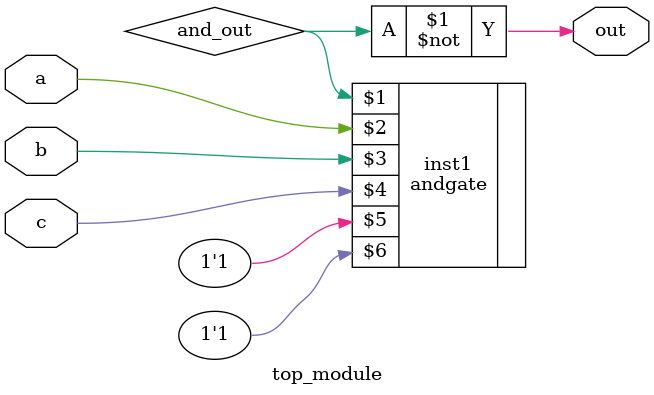
<source format=v>
module top_module (input a, input b, input c, output out);//

    wire and_out;
    
    andgate inst1 ( and_out, a,b,c,1'b1,1'b1 );
	
    assign out = ~and_out; 
        
endmodule

</source>
